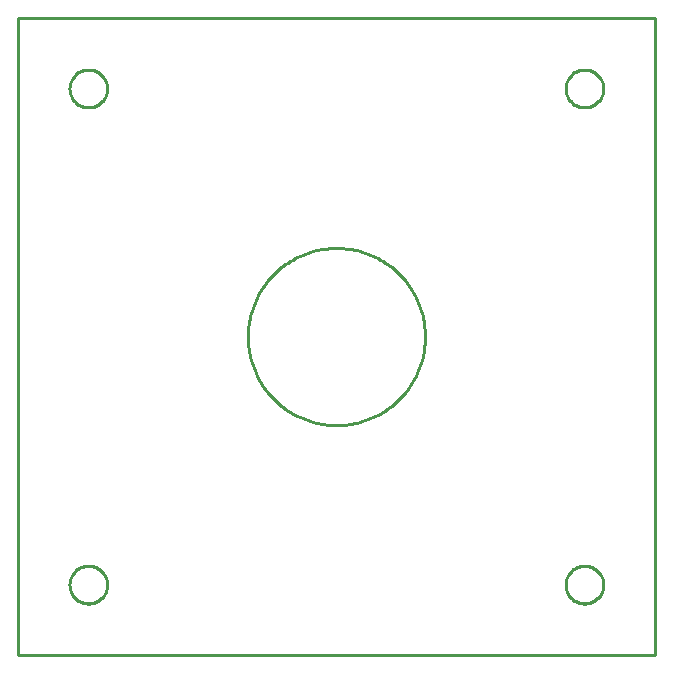
<source format=gbr>
G04 EAGLE Gerber RS-274X export*
G75*
%MOMM*%
%FSLAX34Y34*%
%LPD*%
%IN*%
%IPPOS*%
%AMOC8*
5,1,8,0,0,1.08239X$1,22.5*%
G01*
%ADD10C,0.254000*%


D10*
X0Y0D02*
X540000Y0D01*
X540000Y540000D01*
X0Y540000D01*
X0Y0D01*
X76000Y59476D02*
X75932Y58431D01*
X75795Y57392D01*
X75590Y56365D01*
X75319Y55353D01*
X74983Y54361D01*
X74582Y53393D01*
X74118Y52454D01*
X73595Y51546D01*
X73013Y50675D01*
X72375Y49844D01*
X71684Y49057D01*
X70943Y48316D01*
X70156Y47625D01*
X69325Y46988D01*
X68454Y46406D01*
X67546Y45882D01*
X66607Y45418D01*
X65639Y45017D01*
X64647Y44681D01*
X63635Y44410D01*
X62608Y44205D01*
X61569Y44069D01*
X60524Y44000D01*
X59476Y44000D01*
X58431Y44069D01*
X57392Y44205D01*
X56365Y44410D01*
X55353Y44681D01*
X54361Y45017D01*
X53393Y45418D01*
X52454Y45882D01*
X51546Y46406D01*
X50675Y46988D01*
X49844Y47625D01*
X49057Y48316D01*
X48316Y49057D01*
X47625Y49844D01*
X46988Y50675D01*
X46406Y51546D01*
X45882Y52454D01*
X45418Y53393D01*
X45017Y54361D01*
X44681Y55353D01*
X44410Y56365D01*
X44205Y57392D01*
X44069Y58431D01*
X44000Y59476D01*
X44000Y60524D01*
X44069Y61569D01*
X44205Y62608D01*
X44410Y63635D01*
X44681Y64647D01*
X45017Y65639D01*
X45418Y66607D01*
X45882Y67546D01*
X46406Y68454D01*
X46988Y69325D01*
X47625Y70156D01*
X48316Y70943D01*
X49057Y71684D01*
X49844Y72375D01*
X50675Y73013D01*
X51546Y73595D01*
X52454Y74118D01*
X53393Y74582D01*
X54361Y74983D01*
X55353Y75319D01*
X56365Y75590D01*
X57392Y75795D01*
X58431Y75932D01*
X59476Y76000D01*
X60524Y76000D01*
X61569Y75932D01*
X62608Y75795D01*
X63635Y75590D01*
X64647Y75319D01*
X65639Y74983D01*
X66607Y74582D01*
X67546Y74118D01*
X68454Y73595D01*
X69325Y73013D01*
X70156Y72375D01*
X70943Y71684D01*
X71684Y70943D01*
X72375Y70156D01*
X73013Y69325D01*
X73595Y68454D01*
X74118Y67546D01*
X74582Y66607D01*
X74983Y65639D01*
X75319Y64647D01*
X75590Y63635D01*
X75795Y62608D01*
X75932Y61569D01*
X76000Y60524D01*
X76000Y59476D01*
X496000Y479476D02*
X495932Y478431D01*
X495795Y477392D01*
X495590Y476365D01*
X495319Y475353D01*
X494983Y474361D01*
X494582Y473393D01*
X494118Y472454D01*
X493595Y471546D01*
X493013Y470675D01*
X492375Y469844D01*
X491684Y469057D01*
X490943Y468316D01*
X490156Y467625D01*
X489325Y466988D01*
X488454Y466406D01*
X487546Y465882D01*
X486607Y465418D01*
X485639Y465017D01*
X484647Y464681D01*
X483635Y464410D01*
X482608Y464205D01*
X481569Y464069D01*
X480524Y464000D01*
X479476Y464000D01*
X478431Y464069D01*
X477392Y464205D01*
X476365Y464410D01*
X475353Y464681D01*
X474361Y465017D01*
X473393Y465418D01*
X472454Y465882D01*
X471546Y466406D01*
X470675Y466988D01*
X469844Y467625D01*
X469057Y468316D01*
X468316Y469057D01*
X467625Y469844D01*
X466988Y470675D01*
X466406Y471546D01*
X465882Y472454D01*
X465418Y473393D01*
X465017Y474361D01*
X464681Y475353D01*
X464410Y476365D01*
X464205Y477392D01*
X464069Y478431D01*
X464000Y479476D01*
X464000Y480524D01*
X464069Y481569D01*
X464205Y482608D01*
X464410Y483635D01*
X464681Y484647D01*
X465017Y485639D01*
X465418Y486607D01*
X465882Y487546D01*
X466406Y488454D01*
X466988Y489325D01*
X467625Y490156D01*
X468316Y490943D01*
X469057Y491684D01*
X469844Y492375D01*
X470675Y493013D01*
X471546Y493595D01*
X472454Y494118D01*
X473393Y494582D01*
X474361Y494983D01*
X475353Y495319D01*
X476365Y495590D01*
X477392Y495795D01*
X478431Y495932D01*
X479476Y496000D01*
X480524Y496000D01*
X481569Y495932D01*
X482608Y495795D01*
X483635Y495590D01*
X484647Y495319D01*
X485639Y494983D01*
X486607Y494582D01*
X487546Y494118D01*
X488454Y493595D01*
X489325Y493013D01*
X490156Y492375D01*
X490943Y491684D01*
X491684Y490943D01*
X492375Y490156D01*
X493013Y489325D01*
X493595Y488454D01*
X494118Y487546D01*
X494582Y486607D01*
X494983Y485639D01*
X495319Y484647D01*
X495590Y483635D01*
X495795Y482608D01*
X495932Y481569D01*
X496000Y480524D01*
X496000Y479476D01*
X76000Y479476D02*
X75932Y478431D01*
X75795Y477392D01*
X75590Y476365D01*
X75319Y475353D01*
X74983Y474361D01*
X74582Y473393D01*
X74118Y472454D01*
X73595Y471546D01*
X73013Y470675D01*
X72375Y469844D01*
X71684Y469057D01*
X70943Y468316D01*
X70156Y467625D01*
X69325Y466988D01*
X68454Y466406D01*
X67546Y465882D01*
X66607Y465418D01*
X65639Y465017D01*
X64647Y464681D01*
X63635Y464410D01*
X62608Y464205D01*
X61569Y464069D01*
X60524Y464000D01*
X59476Y464000D01*
X58431Y464069D01*
X57392Y464205D01*
X56365Y464410D01*
X55353Y464681D01*
X54361Y465017D01*
X53393Y465418D01*
X52454Y465882D01*
X51546Y466406D01*
X50675Y466988D01*
X49844Y467625D01*
X49057Y468316D01*
X48316Y469057D01*
X47625Y469844D01*
X46988Y470675D01*
X46406Y471546D01*
X45882Y472454D01*
X45418Y473393D01*
X45017Y474361D01*
X44681Y475353D01*
X44410Y476365D01*
X44205Y477392D01*
X44069Y478431D01*
X44000Y479476D01*
X44000Y480524D01*
X44069Y481569D01*
X44205Y482608D01*
X44410Y483635D01*
X44681Y484647D01*
X45017Y485639D01*
X45418Y486607D01*
X45882Y487546D01*
X46406Y488454D01*
X46988Y489325D01*
X47625Y490156D01*
X48316Y490943D01*
X49057Y491684D01*
X49844Y492375D01*
X50675Y493013D01*
X51546Y493595D01*
X52454Y494118D01*
X53393Y494582D01*
X54361Y494983D01*
X55353Y495319D01*
X56365Y495590D01*
X57392Y495795D01*
X58431Y495932D01*
X59476Y496000D01*
X60524Y496000D01*
X61569Y495932D01*
X62608Y495795D01*
X63635Y495590D01*
X64647Y495319D01*
X65639Y494983D01*
X66607Y494582D01*
X67546Y494118D01*
X68454Y493595D01*
X69325Y493013D01*
X70156Y492375D01*
X70943Y491684D01*
X71684Y490943D01*
X72375Y490156D01*
X73013Y489325D01*
X73595Y488454D01*
X74118Y487546D01*
X74582Y486607D01*
X74983Y485639D01*
X75319Y484647D01*
X75590Y483635D01*
X75795Y482608D01*
X75932Y481569D01*
X76000Y480524D01*
X76000Y479476D01*
X496000Y59476D02*
X495932Y58431D01*
X495795Y57392D01*
X495590Y56365D01*
X495319Y55353D01*
X494983Y54361D01*
X494582Y53393D01*
X494118Y52454D01*
X493595Y51546D01*
X493013Y50675D01*
X492375Y49844D01*
X491684Y49057D01*
X490943Y48316D01*
X490156Y47625D01*
X489325Y46988D01*
X488454Y46406D01*
X487546Y45882D01*
X486607Y45418D01*
X485639Y45017D01*
X484647Y44681D01*
X483635Y44410D01*
X482608Y44205D01*
X481569Y44069D01*
X480524Y44000D01*
X479476Y44000D01*
X478431Y44069D01*
X477392Y44205D01*
X476365Y44410D01*
X475353Y44681D01*
X474361Y45017D01*
X473393Y45418D01*
X472454Y45882D01*
X471546Y46406D01*
X470675Y46988D01*
X469844Y47625D01*
X469057Y48316D01*
X468316Y49057D01*
X467625Y49844D01*
X466988Y50675D01*
X466406Y51546D01*
X465882Y52454D01*
X465418Y53393D01*
X465017Y54361D01*
X464681Y55353D01*
X464410Y56365D01*
X464205Y57392D01*
X464069Y58431D01*
X464000Y59476D01*
X464000Y60524D01*
X464069Y61569D01*
X464205Y62608D01*
X464410Y63635D01*
X464681Y64647D01*
X465017Y65639D01*
X465418Y66607D01*
X465882Y67546D01*
X466406Y68454D01*
X466988Y69325D01*
X467625Y70156D01*
X468316Y70943D01*
X469057Y71684D01*
X469844Y72375D01*
X470675Y73013D01*
X471546Y73595D01*
X472454Y74118D01*
X473393Y74582D01*
X474361Y74983D01*
X475353Y75319D01*
X476365Y75590D01*
X477392Y75795D01*
X478431Y75932D01*
X479476Y76000D01*
X480524Y76000D01*
X481569Y75932D01*
X482608Y75795D01*
X483635Y75590D01*
X484647Y75319D01*
X485639Y74983D01*
X486607Y74582D01*
X487546Y74118D01*
X488454Y73595D01*
X489325Y73013D01*
X490156Y72375D01*
X490943Y71684D01*
X491684Y70943D01*
X492375Y70156D01*
X493013Y69325D01*
X493595Y68454D01*
X494118Y67546D01*
X494582Y66607D01*
X494983Y65639D01*
X495319Y64647D01*
X495590Y63635D01*
X495795Y62608D01*
X495932Y61569D01*
X496000Y60524D01*
X496000Y59476D01*
X345000Y268822D02*
X344926Y266467D01*
X344778Y264115D01*
X344556Y261769D01*
X344261Y259431D01*
X343892Y257104D01*
X343451Y254789D01*
X342937Y252489D01*
X342351Y250207D01*
X341693Y247944D01*
X340965Y245703D01*
X340167Y243486D01*
X339300Y241295D01*
X338364Y239133D01*
X337360Y237001D01*
X336291Y234901D01*
X335155Y232836D01*
X333956Y230808D01*
X332693Y228818D01*
X331369Y226869D01*
X329984Y224963D01*
X328540Y223101D01*
X327037Y221285D01*
X325479Y219518D01*
X323866Y217800D01*
X322200Y216134D01*
X320482Y214521D01*
X318715Y212963D01*
X316899Y211461D01*
X315037Y210016D01*
X313131Y208631D01*
X311182Y207307D01*
X309192Y206044D01*
X307164Y204845D01*
X305099Y203709D01*
X303000Y202640D01*
X300867Y201636D01*
X298705Y200701D01*
X296514Y199833D01*
X294297Y199035D01*
X292056Y198307D01*
X289793Y197649D01*
X287511Y197063D01*
X285211Y196549D01*
X282896Y196108D01*
X280569Y195739D01*
X278231Y195444D01*
X275885Y195222D01*
X273533Y195074D01*
X271178Y195000D01*
X268822Y195000D01*
X266467Y195074D01*
X264115Y195222D01*
X261769Y195444D01*
X259431Y195739D01*
X257104Y196108D01*
X254789Y196549D01*
X252489Y197063D01*
X250207Y197649D01*
X247944Y198307D01*
X245703Y199035D01*
X243486Y199833D01*
X241295Y200701D01*
X239133Y201636D01*
X237001Y202640D01*
X234901Y203709D01*
X232836Y204845D01*
X230808Y206044D01*
X228818Y207307D01*
X226869Y208631D01*
X224963Y210016D01*
X223101Y211461D01*
X221285Y212963D01*
X219518Y214521D01*
X217800Y216134D01*
X216134Y217800D01*
X214521Y219518D01*
X212963Y221285D01*
X211461Y223101D01*
X210016Y224963D01*
X208631Y226869D01*
X207307Y228818D01*
X206044Y230808D01*
X204845Y232836D01*
X203709Y234901D01*
X202640Y237001D01*
X201636Y239133D01*
X200701Y241295D01*
X199833Y243486D01*
X199035Y245703D01*
X198307Y247944D01*
X197649Y250207D01*
X197063Y252489D01*
X196549Y254789D01*
X196108Y257104D01*
X195739Y259431D01*
X195444Y261769D01*
X195222Y264115D01*
X195074Y266467D01*
X195000Y268822D01*
X195000Y271178D01*
X195074Y273533D01*
X195222Y275885D01*
X195444Y278231D01*
X195739Y280569D01*
X196108Y282896D01*
X196549Y285211D01*
X197063Y287511D01*
X197649Y289793D01*
X198307Y292056D01*
X199035Y294297D01*
X199833Y296514D01*
X200701Y298705D01*
X201636Y300867D01*
X202640Y303000D01*
X203709Y305099D01*
X204845Y307164D01*
X206044Y309192D01*
X207307Y311182D01*
X208631Y313131D01*
X210016Y315037D01*
X211461Y316899D01*
X212963Y318715D01*
X214521Y320482D01*
X216134Y322200D01*
X217800Y323866D01*
X219518Y325479D01*
X221285Y327037D01*
X223101Y328540D01*
X224963Y329984D01*
X226869Y331369D01*
X228818Y332693D01*
X230808Y333956D01*
X232836Y335155D01*
X234901Y336291D01*
X237001Y337360D01*
X239133Y338364D01*
X241295Y339300D01*
X243486Y340167D01*
X245703Y340965D01*
X247944Y341693D01*
X250207Y342351D01*
X252489Y342937D01*
X254789Y343451D01*
X257104Y343892D01*
X259431Y344261D01*
X261769Y344556D01*
X264115Y344778D01*
X266467Y344926D01*
X268822Y345000D01*
X271178Y345000D01*
X273533Y344926D01*
X275885Y344778D01*
X278231Y344556D01*
X280569Y344261D01*
X282896Y343892D01*
X285211Y343451D01*
X287511Y342937D01*
X289793Y342351D01*
X292056Y341693D01*
X294297Y340965D01*
X296514Y340167D01*
X298705Y339300D01*
X300867Y338364D01*
X303000Y337360D01*
X305099Y336291D01*
X307164Y335155D01*
X309192Y333956D01*
X311182Y332693D01*
X313131Y331369D01*
X315037Y329984D01*
X316899Y328540D01*
X318715Y327037D01*
X320482Y325479D01*
X322200Y323866D01*
X323866Y322200D01*
X325479Y320482D01*
X327037Y318715D01*
X328540Y316899D01*
X329984Y315037D01*
X331369Y313131D01*
X332693Y311182D01*
X333956Y309192D01*
X335155Y307164D01*
X336291Y305099D01*
X337360Y303000D01*
X338364Y300867D01*
X339300Y298705D01*
X340167Y296514D01*
X340965Y294297D01*
X341693Y292056D01*
X342351Y289793D01*
X342937Y287511D01*
X343451Y285211D01*
X343892Y282896D01*
X344261Y280569D01*
X344556Y278231D01*
X344778Y275885D01*
X344926Y273533D01*
X345000Y271178D01*
X345000Y268822D01*
M02*

</source>
